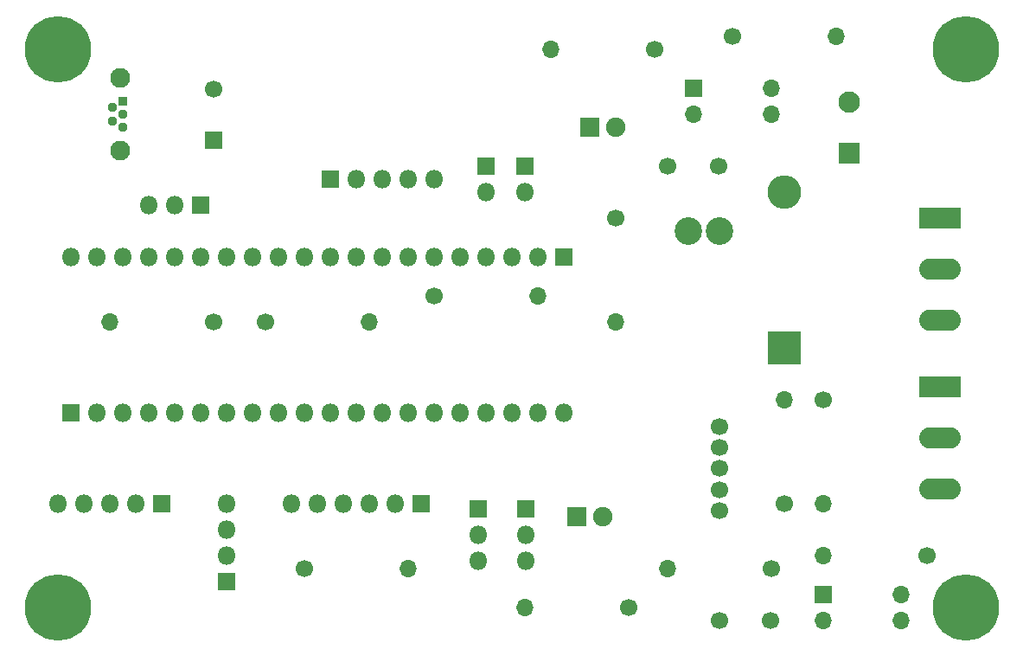
<source format=gbr>
G04 #@! TF.GenerationSoftware,KiCad,Pcbnew,(5.1.6)-1*
G04 #@! TF.CreationDate,2020-06-06T17:30:48+02:00*
G04 #@! TF.ProjectId,MotoGymkhanaRaceTiming,4d6f746f-4779-46d6-9b68-616e61526163,rev?*
G04 #@! TF.SameCoordinates,Original*
G04 #@! TF.FileFunction,Soldermask,Top*
G04 #@! TF.FilePolarity,Negative*
%FSLAX46Y46*%
G04 Gerber Fmt 4.6, Leading zero omitted, Abs format (unit mm)*
G04 Created by KiCad (PCBNEW (5.1.6)-1) date 2020-06-06 17:30:48*
%MOMM*%
%LPD*%
G01*
G04 APERTURE LIST*
%ADD10O,4.060000X2.080000*%
%ADD11R,4.060000X2.080000*%
%ADD12O,1.800000X1.800000*%
%ADD13R,1.800000X1.800000*%
%ADD14C,0.900000*%
%ADD15C,6.500000*%
%ADD16C,1.700000*%
%ADD17R,1.700000X1.700000*%
%ADD18C,2.100000*%
%ADD19R,2.100000X2.100000*%
%ADD20O,1.700000X1.700000*%
%ADD21C,1.700200*%
%ADD22C,2.700000*%
%ADD23C,1.950000*%
%ADD24C,0.940000*%
%ADD25R,0.940000X0.940000*%
%ADD26C,1.900000*%
%ADD27R,1.900000X1.900000*%
%ADD28O,3.300000X3.300000*%
%ADD29R,3.300000X3.300000*%
G04 APERTURE END LIST*
D10*
X191770000Y-91280000D03*
X191770000Y-86280000D03*
D11*
X191770000Y-81280000D03*
D10*
X191770000Y-107790000D03*
X191770000Y-102790000D03*
D11*
X191770000Y-97790000D03*
D12*
X121920000Y-109220000D03*
X121920000Y-111760000D03*
X121920000Y-114300000D03*
D13*
X121920000Y-116840000D03*
D12*
X105410000Y-109220000D03*
X107950000Y-109220000D03*
X110490000Y-109220000D03*
X113030000Y-109220000D03*
D13*
X115570000Y-109220000D03*
D12*
X142240000Y-77470000D03*
X139700000Y-77470000D03*
X137160000Y-77470000D03*
X134620000Y-77470000D03*
D13*
X132080000Y-77470000D03*
D14*
X107107056Y-63072944D03*
X105410000Y-62370000D03*
X103712944Y-63072944D03*
X103010000Y-64770000D03*
X103712944Y-66467056D03*
X105410000Y-67170000D03*
X107107056Y-66467056D03*
X107810000Y-64770000D03*
D15*
X105410000Y-64770000D03*
D16*
X120650000Y-68660000D03*
D17*
X120650000Y-73660000D03*
D14*
X107107056Y-117682944D03*
X105410000Y-116980000D03*
X103712944Y-117682944D03*
X103010000Y-119380000D03*
X103712944Y-121077056D03*
X105410000Y-121780000D03*
X107107056Y-121077056D03*
X107810000Y-119380000D03*
D15*
X105410000Y-119380000D03*
D14*
X196007056Y-117682944D03*
X194310000Y-116980000D03*
X192612944Y-117682944D03*
X191910000Y-119380000D03*
X192612944Y-121077056D03*
X194310000Y-121780000D03*
X196007056Y-121077056D03*
X196710000Y-119380000D03*
D15*
X194310000Y-119380000D03*
D14*
X196007056Y-63072944D03*
X194310000Y-62370000D03*
X192612944Y-63072944D03*
X191910000Y-64770000D03*
X192612944Y-66467056D03*
X194310000Y-67170000D03*
X196007056Y-66467056D03*
X196710000Y-64770000D03*
D15*
X194310000Y-64770000D03*
D18*
X182880000Y-69930000D03*
D19*
X182880000Y-74930000D03*
D20*
X181610000Y-63500000D03*
D16*
X171450000Y-63500000D03*
D12*
X146605001Y-114855001D03*
X146605001Y-112315001D03*
D13*
X146605001Y-109775001D03*
D21*
X170180000Y-101712800D03*
X170180000Y-103764600D03*
X170180000Y-105816400D03*
X170180000Y-107868200D03*
X170180000Y-109920000D03*
D22*
X167180000Y-82550000D03*
X170180000Y-82550000D03*
D16*
X170100000Y-76200000D03*
X165100000Y-76200000D03*
X175180000Y-120650000D03*
X170180000Y-120650000D03*
D20*
X160020000Y-91440000D03*
D16*
X160020000Y-81280000D03*
D20*
X152400000Y-88900000D03*
D16*
X142240000Y-88900000D03*
D20*
X180340000Y-109220000D03*
D16*
X180340000Y-99060000D03*
D20*
X176530000Y-99060000D03*
D16*
X176530000Y-109220000D03*
D12*
X151130000Y-78740000D03*
D13*
X151130000Y-76200000D03*
D12*
X147320000Y-78740000D03*
D13*
X147320000Y-76200000D03*
D12*
X114300000Y-80010000D03*
X116840000Y-80010000D03*
D13*
X119380000Y-80010000D03*
D12*
X151255001Y-114855001D03*
X151255001Y-112315001D03*
D13*
X151255001Y-109775001D03*
D20*
X187960000Y-118110000D03*
X180340000Y-120650000D03*
X187960000Y-120650000D03*
D17*
X180340000Y-118110000D03*
D20*
X175260000Y-68580000D03*
X167640000Y-71120000D03*
X175260000Y-71120000D03*
D17*
X167640000Y-68580000D03*
D12*
X128270000Y-109220000D03*
X130810000Y-109220000D03*
X133350000Y-109220000D03*
X135890000Y-109220000D03*
X138430000Y-109220000D03*
D13*
X140970000Y-109220000D03*
D20*
X139700000Y-115570000D03*
D16*
X129540000Y-115570000D03*
D20*
X110490000Y-91440000D03*
D16*
X120650000Y-91440000D03*
D20*
X135890000Y-91440000D03*
D16*
X125730000Y-91440000D03*
D20*
X180340000Y-114300000D03*
D16*
X190500000Y-114300000D03*
D20*
X165100000Y-115570000D03*
D16*
X175260000Y-115570000D03*
D20*
X151130000Y-119380000D03*
D16*
X161290000Y-119380000D03*
X163830000Y-64770000D03*
D20*
X153670000Y-64770000D03*
D23*
X111540000Y-74725000D03*
X111540000Y-67575000D03*
D24*
X111760000Y-72450000D03*
X110760000Y-71800000D03*
X111760000Y-71150000D03*
X110760000Y-70500000D03*
D25*
X111760000Y-69850000D03*
D12*
X106680000Y-85090000D03*
X109220000Y-85090000D03*
X111760000Y-85090000D03*
X114300000Y-85090000D03*
X116840000Y-85090000D03*
X119380000Y-85090000D03*
X121920000Y-85090000D03*
X124460000Y-85090000D03*
X127000000Y-85090000D03*
X129540000Y-85090000D03*
X132080000Y-85090000D03*
X134620000Y-85090000D03*
X137160000Y-85090000D03*
X139700000Y-85090000D03*
X142240000Y-85090000D03*
X144780000Y-85090000D03*
X147320000Y-85090000D03*
X149860000Y-85090000D03*
X152400000Y-85090000D03*
D13*
X154940000Y-85090000D03*
D12*
X154940000Y-100330000D03*
X152400000Y-100330000D03*
X149860000Y-100330000D03*
X147320000Y-100330000D03*
X144780000Y-100330000D03*
X142240000Y-100330000D03*
X139700000Y-100330000D03*
X137160000Y-100330000D03*
X134620000Y-100330000D03*
X132080000Y-100330000D03*
X129540000Y-100330000D03*
X127000000Y-100330000D03*
X124460000Y-100330000D03*
X121920000Y-100330000D03*
X119380000Y-100330000D03*
X116840000Y-100330000D03*
X114300000Y-100330000D03*
X111760000Y-100330000D03*
X109220000Y-100330000D03*
D13*
X106680000Y-100330000D03*
D26*
X160020000Y-72390000D03*
D27*
X157480000Y-72390000D03*
D26*
X158750000Y-110490000D03*
D27*
X156210000Y-110490000D03*
D28*
X176530000Y-78740000D03*
D29*
X176530000Y-93980000D03*
M02*

</source>
